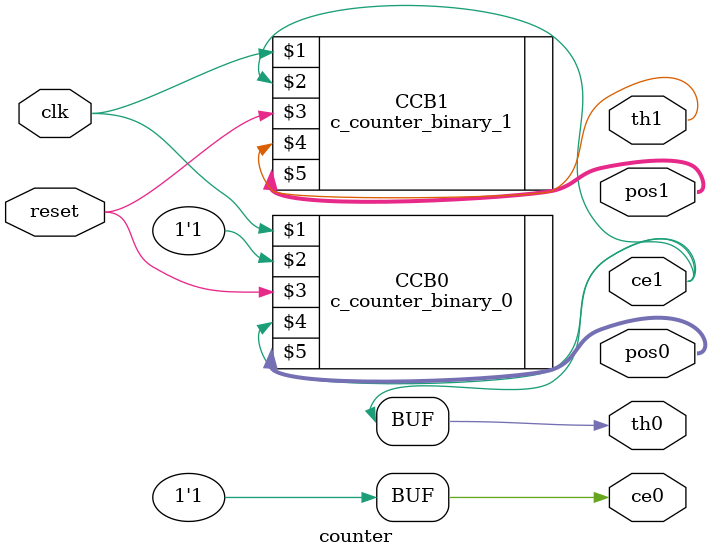
<source format=v>
`timescale 1ns / 1ps


module counter(
    input clk,
    input reset,
    output th0,
    output th1,
    output ce0,
    output ce1,
    output [3:0] pos0,
    output [3:0] pos1
    );
    wire th0, th1;
    assign ce0 = 1;
    assign ce1 = th0;
    c_counter_binary_0 CCB0(clk, ce0, reset, th0, pos0);
    c_counter_binary_1 CCB1(clk, ce1, reset, th1, pos1);
endmodule

</source>
